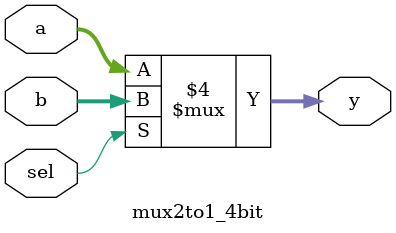
<source format=v>
module mux2to1_4bit (
    input      [3:0] a,    // 4位输入,低有效
    input      [3:0] b,    //高有效
    input            sel,  // 选择信号
    output reg [3:0] y     // 输出
);

  // 根据选择信号选择输出原数据或其按位取反
  always @(*) begin
    if (sel == 1'b0) y = a;  // 0输出a
    else y = b;  // 1输出b
  end

endmodule

</source>
